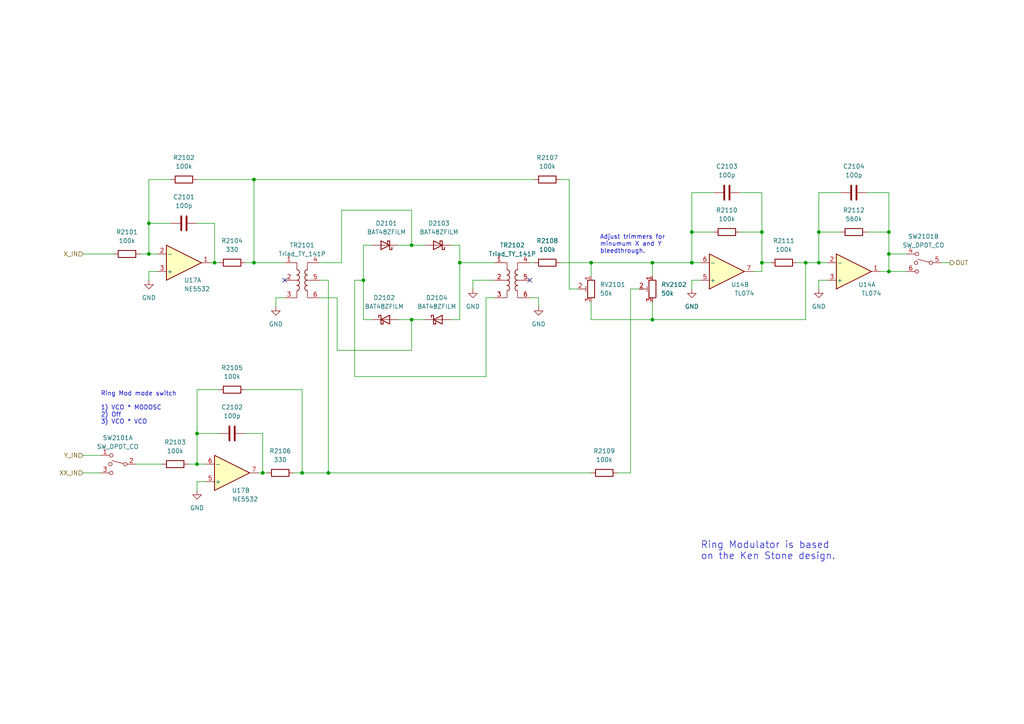
<source format=kicad_sch>
(kicad_sch (version 20211123) (generator eeschema)
  (paper "A4")
  (title_block (title "Josh Ox Ribon Synth Main VCO board") (date "2022-07-23") (rev "0.1") (comment 2 "creativecommons.org/licences/by/4.0") (comment 3 "license: CC by 4.0") (comment 4 "Author: Jordan Acete"))
  (lib_symbols
    (symbol "Amplifier_Operational:NE5532" (pin_names (offset 0.127))
      (property "Reference" "U" (at 0 5.08 0))
      (property "Value" "NE5532" (at 0 -5.08 0))
      (symbol "NE5532_1_1"
        (polyline (pts (xy -5.08 5.08) (xy 5.08 0) (xy -5.08 -5.08) (xy -5.08 5.08)) (stroke (width 0.254)) (fill (type background)))
        (pin output line (at 7.62 0 180) (length 2.54) (name "~") (number "1"))
        (pin input line (at -7.62 -2.54 0) (length 2.54) (name "-") (number "2"))
        (pin input line (at -7.62 2.54 0) (length 2.54) (name "+") (number "3"))
      )
      (symbol "NE5532_2_1"
        (polyline (pts (xy -5.08 5.08) (xy 5.08 0) (xy -5.08 -5.08) (xy -5.08 5.08)) (stroke (width 0.254)) (fill (type background)))
        (pin input line (at -7.62 2.54 0) (length 2.54) (name "+") (number "5"))
        (pin input line (at -7.62 -2.54 0) (length 2.54) (name "-") (number "6"))
        (pin output line (at 7.62 0 180) (length 2.54) (name "~") (number "7"))
      )
      (symbol "NE5532_3_1"
        (pin power_in line (at -2.54 -7.62 90) (length 3.81) (name "V-") (number "4"))
        (pin power_in line (at -2.54 7.62 270) (length 3.81) (name "V+") (number "8"))
      )
    )
    (symbol "Amplifier_Operational:TL074" (pin_names (offset 0.127))
      (property "Reference" "U" (at 0 5.08 0))
      (property "Value" "TL074" (at 0 -5.08 0))
      (symbol "TL074_1_1"
        (polyline (pts (xy -5.08 5.08) (xy 5.08 0) (xy -5.08 -5.08) (xy -5.08 5.08)) (stroke (width 0.254)) (fill (type background)))
        (pin output line (at 7.62 0 180) (length 2.54) (name "~") (number "1"))
        (pin input line (at -7.62 -2.54 0) (length 2.54) (name "-") (number "2"))
        (pin input line (at -7.62 2.54 0) (length 2.54) (name "+") (number "3"))
      )
      (symbol "TL074_2_1"
        (polyline (pts (xy -5.08 5.08) (xy 5.08 0) (xy -5.08 -5.08) (xy -5.08 5.08)) (stroke (width 0.254)) (fill (type background)))
        (pin input line (at -7.62 2.54 0) (length 2.54) (name "+") (number "5"))
        (pin input line (at -7.62 -2.54 0) (length 2.54) (name "-") (number "6"))
        (pin output line (at 7.62 0 180) (length 2.54) (name "~") (number "7"))
      )
      (symbol "TL074_3_1"
        (polyline (pts (xy -5.08 5.08) (xy 5.08 0) (xy -5.08 -5.08) (xy -5.08 5.08)) (stroke (width 0.254)) (fill (type background)))
        (pin input line (at -7.62 2.54 0) (length 2.54) (name "+") (number "10"))
        (pin output line (at 7.62 0 180) (length 2.54) (name "~") (number "8"))
        (pin input line (at -7.62 -2.54 0) (length 2.54) (name "-") (number "9"))
      )
      (symbol "TL074_4_1"
        (polyline (pts (xy -5.08 5.08) (xy 5.08 0) (xy -5.08 -5.08) (xy -5.08 5.08)) (stroke (width 0.254)) (fill (type background)))
        (pin input line (at -7.62 2.54 0) (length 2.54) (name "+") (number "12"))
        (pin input line (at -7.62 -2.54 0) (length 2.54) (name "-") (number "13"))
        (pin output line (at 7.62 0 180) (length 2.54) (name "~") (number "14"))
      )
      (symbol "TL074_5_1"
        (pin power_in line (at -2.54 -7.62 90) (length 3.81) (name "V-") (number "11"))
        (pin power_in line (at -2.54 7.62 270) (length 3.81) (name "V+") (number "4"))
      )
    )
    (symbol "Device:C" (pin_numbers hide) (pin_names (offset 0.254))
      (property "Reference" "C" (at 0.635 2.54 0))
      (property "Value" "C" (at 0.635 -2.54 0))
      (symbol "C_0_1"
        (polyline (pts (xy -2.032 -0.762) (xy 2.032 -0.762)) (stroke (width 0.508)))
        (polyline (pts (xy -2.032 0.762) (xy 2.032 0.762)) (stroke (width 0.508)))
      )
      (symbol "C_1_1"
        (pin passive line (at 0 3.81 270) (length 2.794) (name "~") (number "1"))
        (pin passive line (at 0 -3.81 90) (length 2.794) (name "~") (number "2"))
      )
    )
    (symbol "Device:R" (pin_numbers hide) (pin_names (offset 0))
      (property "Reference" "R" (at 2.032 0 90))
      (property "Value" "R" (at 0 0 90))
      (symbol "R_0_1"
        (rectangle (start -1.016 -2.54) (end 1.016 2.54) (stroke (width 0.254)))
      )
      (symbol "R_1_1"
        (pin passive line (at 0 3.81 270) (length 1.27) (name "~") (number "1"))
        (pin passive line (at 0 -3.81 90) (length 1.27) (name "~") (number "2"))
      )
    )
    (symbol "Device:R_Potentiometer_Trim" (pin_names (offset 1.016) hide)
      (property "Reference" "RV" (at -4.445 0 90))
      (property "Value" "R_Potentiometer_Trim" (at -2.54 0 90))
      (symbol "R_Potentiometer_Trim_0_1"
        (polyline (pts (xy 1.524 0.762) (xy 1.524 -0.762)))
        (polyline (pts (xy 2.54 0) (xy 1.524 0)))
        (rectangle (start 1.016 2.54) (end -1.016 -2.54) (stroke (width 0.254)))
      )
      (symbol "R_Potentiometer_Trim_1_1"
        (pin passive line (at 0 3.81 270) (length 1.27) (name "1") (number "1"))
        (pin passive line (at 3.81 0 180) (length 1.27) (name "2") (number "2"))
        (pin passive line (at 0 -3.81 90) (length 1.27) (name "3") (number "3"))
      )
    )
    (symbol "Diode:BAT48ZFILM" (pin_numbers hide) (pin_names (offset 1.016) hide)
      (property "Reference" "D" (at 0 2.54 0))
      (property "Value" "BAT48ZFILM" (at 0 -2.54 0))
      (symbol "BAT48ZFILM_0_1"
        (polyline (pts (xy 1.27 0) (xy -1.27 0)))
        (polyline (pts (xy 1.27 1.27) (xy 1.27 -1.27) (xy -1.27 0) (xy 1.27 1.27)) (stroke (width 0.254)))
        (polyline (pts (xy -1.905 0.635) (xy -1.905 1.27) (xy -1.27 1.27) (xy -1.27 -1.27) (xy -0.635 -1.27) (xy -0.635 -0.635)) (stroke (width 0.254)))
      )
      (symbol "BAT48ZFILM_1_1"
        (pin passive line (at -3.81 0 0) (length 2.54) (name "K") (number "1"))
        (pin passive line (at 3.81 0 180) (length 2.54) (name "A") (number "2"))
      )
    )
    (symbol "custom_symbols:SW_DPDT_CO" (pin_names (offset 0) hide)
      (property "Reference" "SW" (at 0 5.08 0))
      (property "Value" "SW_DPDT_CO" (at 0 -5.08 0))
      (symbol "SW_DPDT_CO_0_0"
        (circle (center -2.032 0) (radius 0.508))
        (polyline (pts (xy -1.524 0.127) (xy 1.778 1.016)))
        (circle (center 2.032 -2.54) (radius 0.508))
      )
      (symbol "SW_DPDT_CO_0_1"
        (circle (center 2.032 2.54) (radius 0.508))
        (circle (center 2.286 0) (radius 0.508))
      )
      (symbol "SW_DPDT_CO_1_1"
        (pin passive line (at 5.08 2.54 180) (length 2.54) (name "1") (number "1"))
        (pin passive line (at -5.08 0 0) (length 2.54) (name "2") (number "2"))
        (pin passive line (at 5.08 -2.54 180) (length 2.54) (name "3") (number "3"))
      )
      (symbol "SW_DPDT_CO_2_1"
        (pin passive line (at 5.08 2.54 180) (length 2.54) (name "4") (number "4"))
        (pin passive line (at -5.08 0 0) (length 2.54) (name "5") (number "5"))
        (pin passive line (at 5.08 -2.54 180) (length 2.54) (name "6") (number "6"))
      )
    )
    (symbol "custom_symbols:Triad_TY_141P" (pin_names hide)
      (property "Reference" "TR?" (at 0 10.16 0))
      (property "Value" "Triad_TY_141P" (at 0 7.62 0))
      (symbol "Triad_TY_141P_0_1"
        (arc (start -1.524 -3.048) (mid -0.762 -2.286) (end -1.524 -1.524) (stroke (width 0.2032)))
        (arc (start -1.524 -1.524) (mid -0.762 -0.762) (end -1.524 0) (stroke (width 0.2032)))
        (arc (start -1.524 0) (mid -0.762 0.762) (end -1.524 1.524) (stroke (width 0.2032)))
        (arc (start -1.524 1.524) (mid -0.762 2.286) (end -1.524 3.048) (stroke (width 0.2032)))
        (polyline (pts (xy -2.54 0) (xy -1.27 0)))
        (polyline (pts (xy 2.54 0) (xy 1.27 0)) (stroke (width 0.1524)))
        (polyline (pts (xy -2.54 5.08) (xy -1.524 5.08) (xy -1.524 3.048)) (stroke (width 0.1524)))
        (polyline (pts (xy -1.524 -3.048) (xy -1.524 -5.08) (xy -2.54 -5.08)) (stroke (width 0.1524)))
        (polyline (pts (xy 1.524 3.048) (xy 1.524 5.08) (xy 2.54 5.08)) (stroke (width 0.1524)))
        (polyline (pts (xy 2.54 -5.08) (xy 1.524 -5.08) (xy 1.524 -3.048)) (stroke (width 0.1524)))
        (arc (start 1.524 -1.524) (mid 0.762 -2.286) (end 1.524 -3.048) (stroke (width 0.2032)))
        (arc (start 1.524 0) (mid 0.762 -0.762) (end 1.524 -1.524) (stroke (width 0.2032)))
        (arc (start 1.524 1.524) (mid 0.762 0.762) (end 1.524 0) (stroke (width 0.2032)))
        (arc (start 1.524 3.048) (mid 0.762 2.286) (end 1.524 1.524) (stroke (width 0.2032)))
      )
      (symbol "Triad_TY_141P_1_1"
        (pin passive line (at -5.08 5.08 0) (length 2.54) (name "~") (number "1"))
        (pin passive line (at -5.08 0 0) (length 2.54) (name "~") (number "2"))
        (pin passive line (at -5.08 -5.08 0) (length 2.54) (name "~") (number "3"))
        (pin passive line (at 5.08 5.08 180) (length 2.54) (name "~") (number "4"))
        (pin passive line (at 5.08 0 180) (length 2.54) (name "~") (number "5"))
        (pin passive line (at 5.08 -5.08 180) (length 2.54) (name "~") (number "6"))
      )
    )
    (symbol "power:GND" (power) (pin_names (offset 0))
      (property "Value" "GND" (at 0 -3.81 0))
      (symbol "GND_0_1"
        (polyline (pts (xy 0 0) (xy 0 -1.27) (xy 1.27 -1.27) (xy 0 -2.54) (xy -1.27 -1.27) (xy 0 -1.27)))
      )
      (symbol "GND_1_1"
        (pin power_in line (at 0 0 270) (length 0) hide (name "GND") (number "1"))
      )
    )
  )
  (junction (at 43.18 64.77))
  (junction (at 119.38 71.12))
  (junction (at 237.49 76.2))
  (junction (at 87.63 137.16))
  (junction (at 171.45 76.2))
  (junction (at 200.66 76.2))
  (junction (at 76.2 137.16))
  (junction (at 57.15 134.62))
  (junction (at 257.81 67.31))
  (junction (at 57.15 125.73))
  (junction (at 95.25 137.16))
  (junction (at 220.98 76.2))
  (junction (at 62.23 76.2))
  (junction (at 105.41 81.28))
  (junction (at 237.49 67.31))
  (junction (at 189.23 92.71))
  (junction (at 189.23 76.2))
  (junction (at 257.81 78.74))
  (junction (at 119.38 92.71))
  (junction (at 133.35 76.2))
  (junction (at 233.68 76.2))
  (junction (at 257.81 73.66))
  (junction (at 73.66 52.07))
  (junction (at 43.18 73.66))
  (junction (at 73.66 76.2))
  (junction (at 200.66 67.31))
  (junction (at 220.98 67.31))
  (no_connect (at 82.55 81.28))
  (no_connect (at 153.67 81.28))
  (wire (pts (xy 54.61 134.62) (xy 57.15 134.62)))
  (wire (pts (xy 220.98 67.31) (xy 220.98 55.88)))
  (wire (pts (xy 237.49 67.31) (xy 243.84 67.31)))
  (wire (pts (xy 182.88 83.82) (xy 182.88 137.16)))
  (wire (pts (xy 257.81 73.66) (xy 262.89 73.66)))
  (wire (pts (xy 189.23 92.71) (xy 189.23 87.63)))
  (wire (pts (xy 255.27 78.74) (xy 257.81 78.74)))
  (wire (pts (xy 43.18 78.74) (xy 45.72 78.74)))
  (wire (pts (xy 133.35 92.71) (xy 130.81 92.71)))
  (wire (pts (xy 165.1 52.07) (xy 162.56 52.07)))
  (wire (pts (xy 257.81 78.74) (xy 262.89 78.74)))
  (wire (pts (xy 97.79 86.36) (xy 92.71 86.36)))
  (wire (pts (xy 171.45 76.2) (xy 189.23 76.2)))
  (wire (pts (xy 240.03 76.2) (xy 237.49 76.2)))
  (wire (pts (xy 133.35 76.2) (xy 133.35 92.71)))
  (wire (pts (xy 119.38 71.12) (xy 119.38 60.96)))
  (wire (pts (xy 220.98 76.2) (xy 223.52 76.2)))
  (wire (pts (xy 76.2 137.16) (xy 77.47 137.16)))
  (wire (pts (xy 119.38 60.96) (xy 99.06 60.96)))
  (wire (pts (xy 257.81 73.66) (xy 257.81 67.31)))
  (wire (pts (xy 119.38 101.6) (xy 97.79 101.6)))
  (wire (pts (xy 165.1 83.82) (xy 165.1 52.07)))
  (wire (pts (xy 105.41 81.28) (xy 105.41 92.71)))
  (wire (pts (xy 105.41 71.12) (xy 105.41 81.28)))
  (wire (pts (xy 251.46 67.31) (xy 257.81 67.31)))
  (wire (pts (xy 153.67 76.2) (xy 154.94 76.2)))
  (wire (pts (xy 99.06 60.96) (xy 99.06 76.2)))
  (wire (pts (xy 257.81 67.31) (xy 257.81 55.88)))
  (wire (pts (xy 95.25 137.16) (xy 171.45 137.16)))
  (wire (pts (xy 200.66 81.28) (xy 203.2 81.28)))
  (wire (pts (xy 231.14 76.2) (xy 233.68 76.2)))
  (wire (pts (xy 162.56 76.2) (xy 171.45 76.2)))
  (wire (pts (xy 119.38 71.12) (xy 123.19 71.12)))
  (wire (pts (xy 74.93 137.16) (xy 76.2 137.16)))
  (wire (pts (xy 92.71 81.28) (xy 95.25 81.28)))
  (wire (pts (xy 189.23 92.71) (xy 233.68 92.71)))
  (wire (pts (xy 140.97 109.22) (xy 140.97 86.36)))
  (wire (pts (xy 45.72 73.66) (xy 43.18 73.66)))
  (wire (pts (xy 43.18 64.77) (xy 49.53 64.77)))
  (wire (pts (xy 57.15 113.03) (xy 63.5 113.03)))
  (wire (pts (xy 115.57 71.12) (xy 119.38 71.12)))
  (wire (pts (xy 43.18 64.77) (xy 43.18 52.07)))
  (wire (pts (xy 133.35 76.2) (xy 143.51 76.2)))
  (wire (pts (xy 171.45 87.63) (xy 171.45 92.71)))
  (wire (pts (xy 137.16 81.28) (xy 143.51 81.28)))
  (wire (pts (xy 185.42 83.82) (xy 182.88 83.82)))
  (wire (pts (xy 200.66 67.31) (xy 200.66 55.88)))
  (wire (pts (xy 233.68 92.71) (xy 233.68 76.2)))
  (wire (pts (xy 200.66 83.82) (xy 200.66 81.28)))
  (wire (pts (xy 237.49 76.2) (xy 237.49 67.31)))
  (wire (pts (xy 71.12 113.03) (xy 87.63 113.03)))
  (wire (pts (xy 220.98 76.2) (xy 220.98 67.31)))
  (wire (pts (xy 105.41 92.71) (xy 107.95 92.71)))
  (wire (pts (xy 119.38 92.71) (xy 123.19 92.71)))
  (wire (pts (xy 59.69 134.62) (xy 57.15 134.62)))
  (wire (pts (xy 24.13 132.08) (xy 29.21 132.08)))
  (wire (pts (xy 57.15 125.73) (xy 63.5 125.73)))
  (wire (pts (xy 203.2 76.2) (xy 200.66 76.2)))
  (wire (pts (xy 76.2 125.73) (xy 71.12 125.73)))
  (wire (pts (xy 57.15 52.07) (xy 73.66 52.07)))
  (wire (pts (xy 39.37 134.62) (xy 46.99 134.62)))
  (wire (pts (xy 237.49 81.28) (xy 240.03 81.28)))
  (wire (pts (xy 119.38 92.71) (xy 119.38 101.6)))
  (wire (pts (xy 189.23 76.2) (xy 189.23 80.01)))
  (wire (pts (xy 60.96 76.2) (xy 62.23 76.2)))
  (wire (pts (xy 102.87 81.28) (xy 102.87 109.22)))
  (wire (pts (xy 200.66 67.31) (xy 207.01 67.31)))
  (wire (pts (xy 76.2 137.16) (xy 76.2 125.73)))
  (wire (pts (xy 43.18 73.66) (xy 43.18 64.77)))
  (wire (pts (xy 218.44 78.74) (xy 220.98 78.74)))
  (wire (pts (xy 115.57 92.71) (xy 119.38 92.71)))
  (wire (pts (xy 237.49 83.82) (xy 237.49 81.28)))
  (wire (pts (xy 95.25 81.28) (xy 95.25 137.16)))
  (wire (pts (xy 97.79 101.6) (xy 97.79 86.36)))
  (wire (pts (xy 156.21 88.9) (xy 156.21 86.36)))
  (wire (pts (xy 200.66 76.2) (xy 200.66 67.31)))
  (wire (pts (xy 273.05 76.2) (xy 275.59 76.2)))
  (wire (pts (xy 107.95 71.12) (xy 105.41 71.12)))
  (wire (pts (xy 73.66 52.07) (xy 154.94 52.07)))
  (wire (pts (xy 156.21 86.36) (xy 153.67 86.36)))
  (wire (pts (xy 62.23 76.2) (xy 63.5 76.2)))
  (wire (pts (xy 200.66 55.88) (xy 207.01 55.88)))
  (wire (pts (xy 133.35 71.12) (xy 133.35 76.2)))
  (wire (pts (xy 171.45 92.71) (xy 189.23 92.71)))
  (wire (pts (xy 257.81 55.88) (xy 251.46 55.88)))
  (wire (pts (xy 237.49 67.31) (xy 237.49 55.88)))
  (wire (pts (xy 80.01 88.9) (xy 80.01 86.36)))
  (wire (pts (xy 57.15 125.73) (xy 57.15 113.03)))
  (wire (pts (xy 182.88 137.16) (xy 179.07 137.16)))
  (wire (pts (xy 237.49 55.88) (xy 243.84 55.88)))
  (wire (pts (xy 40.64 73.66) (xy 43.18 73.66)))
  (wire (pts (xy 137.16 83.82) (xy 137.16 81.28)))
  (wire (pts (xy 80.01 86.36) (xy 82.55 86.36)))
  (wire (pts (xy 171.45 76.2) (xy 171.45 80.01)))
  (wire (pts (xy 257.81 78.74) (xy 257.81 73.66)))
  (wire (pts (xy 87.63 137.16) (xy 95.25 137.16)))
  (wire (pts (xy 57.15 142.24) (xy 57.15 139.7)))
  (wire (pts (xy 220.98 55.88) (xy 214.63 55.88)))
  (wire (pts (xy 62.23 76.2) (xy 62.23 64.77)))
  (wire (pts (xy 24.13 137.16) (xy 29.21 137.16)))
  (wire (pts (xy 167.64 83.82) (xy 165.1 83.82)))
  (wire (pts (xy 220.98 78.74) (xy 220.98 76.2)))
  (wire (pts (xy 214.63 67.31) (xy 220.98 67.31)))
  (wire (pts (xy 24.13 73.66) (xy 33.02 73.66)))
  (wire (pts (xy 233.68 76.2) (xy 237.49 76.2)))
  (wire (pts (xy 73.66 52.07) (xy 73.66 76.2)))
  (wire (pts (xy 99.06 76.2) (xy 92.71 76.2)))
  (wire (pts (xy 87.63 137.16) (xy 87.63 113.03)))
  (wire (pts (xy 57.15 139.7) (xy 59.69 139.7)))
  (wire (pts (xy 102.87 109.22) (xy 140.97 109.22)))
  (wire (pts (xy 43.18 52.07) (xy 49.53 52.07)))
  (wire (pts (xy 43.18 81.28) (xy 43.18 78.74)))
  (wire (pts (xy 73.66 76.2) (xy 82.55 76.2)))
  (wire (pts (xy 130.81 71.12) (xy 133.35 71.12)))
  (wire (pts (xy 57.15 134.62) (xy 57.15 125.73)))
  (wire (pts (xy 71.12 76.2) (xy 73.66 76.2)))
  (wire (pts (xy 85.09 137.16) (xy 87.63 137.16)))
  (wire (pts (xy 189.23 76.2) (xy 200.66 76.2)))
  (wire (pts (xy 62.23 64.77) (xy 57.15 64.77)))
  (wire (pts (xy 140.97 86.36) (xy 143.51 86.36)))
  (wire (pts (xy 102.87 81.28) (xy 105.41 81.28)))
  (text "Ring Mod mode switch\n\n1) VCO * MODOSC\n2) Off\n3) VCO * VCO" (at 29.21 123.19 0) (effects (font (size 1.27 1.27)) (justify left bottom)))
  (text "Ring Modulator is based\non the Ken Stone design." (at 203.2 162.56 0) (effects (font (size 2 2)) (justify left bottom)))
  (text "Adjust trimmers for\nminumum X and Y \nbleedthrough.\n" (at 173.99 73.66 0) (effects (font (size 1.27 1.27)) (justify left bottom)))
  (hierarchical_label "Y_IN" (shape input) (at 24.13 132.08 180))
  (hierarchical_label "OUT" (shape output) (at 275.59 76.2 0))
  (hierarchical_label "X_IN" (shape input) (at 24.13 73.66 180))
  (hierarchical_label "XX_IN" (shape input) (at 24.13 137.16 180))
  (symbol (lib_id "power:GND") (at 137.16 83.82 0) (unit 1)
    (property "Reference" "#PWR02104" (effects hide))
    (property "Value" "GND" (at 137.16 88.9 0))
  )
  (symbol (lib_id "Diode:BAT48ZFILM") (at 111.76 71.12 180) (unit 1)
    (property "Reference" "D2101" (at 112.0775 64.77 0))
    (property "Value" "BAT48ZFILM" (at 112.0775 67.31 0))
    (property "Footprint" "Diode_SMD:D_SOD-123" (effects hide))
    (property "Datasheet" "www.st.com/resource/en/datasheet/bat48.pdf" (effects hide))
  )
  (symbol (lib_id "power:GND") (at 57.15 142.24 0) (unit 1)
    (property "Reference" "#PWR02102" (effects hide))
    (property "Value" "GND" (at 57.15 147.32 0))
  )
  (symbol (lib_id "Device:R") (at 67.31 76.2 90) (unit 1)
    (property "Reference" "R2104" (at 67.31 69.85 90))
    (property "Value" "330" (at 67.31 72.39 90))
    (property "Footprint" "Resistor_SMD:R_0805_2012Metric" (effects hide))
  )
  (symbol (lib_id "power:GND") (at 156.21 88.9 0) (mirror y) (unit 1)
    (property "Reference" "#PWR02105" (effects hide))
    (property "Value" "GND" (at 156.21 93.98 0))
  )
  (symbol (lib_id "Device:R") (at 158.75 52.07 90) (unit 1)
    (property "Reference" "R2107" (at 158.75 45.72 90))
    (property "Value" "100k" (at 158.75 48.26 90))
    (property "Footprint" "Resistor_SMD:R_0805_2012Metric" (effects hide))
  )
  (symbol (lib_id "Device:R") (at 81.28 137.16 90) (unit 1)
    (property "Reference" "R2106" (at 81.28 130.81 90))
    (property "Value" "330" (at 81.28 133.35 90))
    (property "Footprint" "Resistor_SMD:R_0805_2012Metric" (effects hide))
  )
  (symbol (lib_id "Device:C") (at 247.65 55.88 90) (unit 1)
    (property "Reference" "C2104" (at 247.65 48.26 90))
    (property "Value" "100p" (at 247.65 50.8 90))
    (property "Footprint" "Capacitor_SMD:C_0805_2012Metric" (effects hide))
  )
  (symbol (lib_id "Device:C") (at 67.31 125.73 90) (unit 1)
    (property "Reference" "C2102" (at 67.31 118.11 90))
    (property "Value" "100p" (at 67.31 120.65 90))
    (property "Footprint" "Capacitor_SMD:C_0805_2012Metric" (effects hide))
  )
  (symbol (lib_id "Device:C") (at 53.34 64.77 90) (unit 1)
    (property "Reference" "C2101" (at 53.34 57.15 90))
    (property "Value" "100p" (at 53.34 59.69 90))
    (property "Footprint" "Capacitor_SMD:C_0805_2012Metric" (effects hide))
  )
  (symbol (lib_id "Device:R") (at 67.31 113.03 90) (unit 1)
    (property "Reference" "R2105" (at 67.31 106.68 90))
    (property "Value" "100k" (at 67.31 109.22 90))
    (property "Footprint" "Resistor_SMD:R_0805_2012Metric" (effects hide))
  )
  (symbol (lib_id "Amplifier_Operational:NE5532") (at 53.34 76.2 0) (mirror x) (unit 1)
    (property "Reference" "U17" (at 55.88 81.28 0))
    (property "Value" "NE5532" (at 57.15 83.82 0))
    (property "Footprint" "Package_SO:SOIC-8_3.9x4.9mm_P1.27mm" (effects hide))
    (property "Datasheet" "http://www.ti.com/lit/ds/symlink/ne5532.pdf" (effects hide))
  )
  (symbol (lib_id "Diode:BAT48ZFILM") (at 127 92.71 0) (unit 1)
    (property "Reference" "D2104" (at 126.6825 86.36 0))
    (property "Value" "BAT48ZFILM" (at 126.6825 88.9 0))
    (property "Footprint" "Diode_SMD:D_SOD-123" (effects hide))
    (property "Datasheet" "www.st.com/resource/en/datasheet/bat48.pdf" (effects hide))
  )
  (symbol (lib_id "power:GND") (at 80.01 88.9 0) (unit 1)
    (property "Reference" "#PWR02103" (effects hide))
    (property "Value" "GND" (at 80.01 93.98 0))
  )
  (symbol (lib_id "power:GND") (at 200.66 83.82 0) (unit 1)
    (property "Reference" "#PWR02106" (effects hide))
    (property "Value" "GND" (at 200.66 88.9 0))
  )
  (symbol (lib_id "power:GND") (at 237.49 83.82 0) (unit 1)
    (property "Reference" "#PWR02107" (effects hide))
    (property "Value" "GND" (at 237.49 88.9 0))
  )
  (symbol (lib_id "Device:R_Potentiometer_Trim") (at 171.45 83.82 0) (mirror y) (unit 1)
    (property "Reference" "RV2101" (at 173.99 82.5499 0) (effects (justify right)))
    (property "Value" "50k" (at 173.99 85.0899 0) (effects (justify right)))
    (property "Footprint" "Potentiometer_THT:Potentiometer_Bourns_3296W_Vertical" (effects hide))
  )
  (symbol (lib_id "custom_symbols:SW_DPDT_CO") (at 34.29 134.62 0) (mirror y) (unit 1)
    (property "Reference" "SW2101" (at 34.163 127 0))
    (property "Value" "SW_DPDT_CO" (at 34.163 129.54 0))
    (property "Footprint" "custom_footprints:DPDT_mini_toggle" (effects hide))
  )
  (symbol (lib_id "Diode:BAT48ZFILM") (at 111.76 92.71 0) (unit 1)
    (property "Reference" "D2102" (at 111.4425 86.36 0))
    (property "Value" "BAT48ZFILM" (at 111.4425 88.9 0))
    (property "Footprint" "Diode_SMD:D_SOD-123" (effects hide))
    (property "Datasheet" "www.st.com/resource/en/datasheet/bat48.pdf" (effects hide))
  )
  (symbol (lib_id "Amplifier_Operational:TL074") (at 247.65 78.74 0) (mirror x) (unit 1)
    (property "Reference" "U14" (at 251.46 82.55 0))
    (property "Value" "TL074" (at 252.73 85.09 0))
    (property "Footprint" "Package_SO:SOIC-14_3.9x8.7mm_P1.27mm" (effects hide))
    (property "Datasheet" "http://www.ti.com/lit/ds/symlink/tl071.pdf" (effects hide))
  )
  (symbol (lib_id "Device:R") (at 36.83 73.66 90) (unit 1)
    (property "Reference" "R2101" (at 36.83 67.31 90))
    (property "Value" "100k" (at 36.83 69.85 90))
    (property "Footprint" "Resistor_SMD:R_0805_2012Metric" (effects hide))
  )
  (symbol (lib_id "custom_symbols:Triad_TY_141P") (at 87.63 81.28 0) (unit 1)
    (property "Reference" "TR2101" (at 87.63 71.12 0))
    (property "Value" "Triad_TY_141P" (at 87.63 73.66 0))
    (property "Footprint" "custom_footprints:Triad_TY-141P" (effects hide))
    (property "Datasheet" "https://catalog.triadmagnetics.com/Asset/TY-141P.pdf" (effects hide))
  )
  (symbol (lib_id "Device:R") (at 53.34 52.07 90) (unit 1)
    (property "Reference" "R2102" (at 53.34 45.72 90))
    (property "Value" "100k" (at 53.34 48.26 90))
    (property "Footprint" "Resistor_SMD:R_0805_2012Metric" (effects hide))
  )
  (symbol (lib_id "Diode:BAT48ZFILM") (at 127 71.12 180) (unit 1)
    (property "Reference" "D2103" (at 127.3175 64.77 0))
    (property "Value" "BAT48ZFILM" (at 127.3175 67.31 0))
    (property "Footprint" "Diode_SMD:D_SOD-123" (effects hide))
    (property "Datasheet" "www.st.com/resource/en/datasheet/bat48.pdf" (effects hide))
  )
  (symbol (lib_id "Device:C") (at 210.82 55.88 90) (unit 1)
    (property "Reference" "C2103" (at 210.82 48.26 90))
    (property "Value" "100p" (at 210.82 50.8 90))
    (property "Footprint" "Capacitor_SMD:C_0805_2012Metric" (effects hide))
  )
  (symbol (lib_id "Device:R") (at 158.75 76.2 90) (unit 1)
    (property "Reference" "R2108" (at 158.75 69.85 90))
    (property "Value" "100k" (at 158.75 72.39 90))
    (property "Footprint" "Resistor_SMD:R_0805_2012Metric" (effects hide))
  )
  (symbol (lib_id "Device:R") (at 175.26 137.16 90) (unit 1)
    (property "Reference" "R2109" (at 175.26 130.81 90))
    (property "Value" "100k" (at 175.26 133.35 90))
    (property "Footprint" "Resistor_SMD:R_0805_2012Metric" (effects hide))
  )
  (symbol (lib_id "Amplifier_Operational:TL074") (at 210.82 78.74 0) (mirror x) (unit 2)
    (property "Reference" "U14" (at 214.63 82.55 0))
    (property "Value" "TL074" (at 215.9 85.09 0))
    (property "Footprint" "Package_SO:SOIC-14_3.9x8.7mm_P1.27mm" (effects hide))
    (property "Datasheet" "http://www.ti.com/lit/ds/symlink/tl071.pdf" (effects hide))
  )
  (symbol (lib_id "power:GND") (at 43.18 81.28 0) (unit 1)
    (property "Reference" "#PWR02101" (effects hide))
    (property "Value" "GND" (at 43.18 86.36 0))
  )
  (symbol (lib_id "Device:R") (at 50.8 134.62 90) (unit 1)
    (property "Reference" "R2103" (at 50.8 128.27 90))
    (property "Value" "100k" (at 50.8 130.81 90))
    (property "Footprint" "Resistor_SMD:R_0805_2012Metric" (effects hide))
  )
  (symbol (lib_id "Amplifier_Operational:NE5532") (at 67.31 137.16 0) (mirror x) (unit 2)
    (property "Reference" "U17" (at 69.85 142.24 0))
    (property "Value" "NE5532" (at 71.12 144.78 0))
    (property "Footprint" "Package_SO:SOIC-8_3.9x4.9mm_P1.27mm" (effects hide))
    (property "Datasheet" "http://www.ti.com/lit/ds/symlink/ne5532.pdf" (effects hide))
  )
  (symbol (lib_id "custom_symbols:Triad_TY_141P") (at 148.59 81.28 0) (unit 1)
    (property "Reference" "TR2102" (at 148.59 71.12 0))
    (property "Value" "Triad_TY_141P" (at 148.59 73.66 0))
    (property "Footprint" "custom_footprints:Triad_TY-141P" (effects hide))
    (property "Datasheet" "https://catalog.triadmagnetics.com/Asset/TY-141P.pdf" (effects hide))
  )
  (symbol (lib_id "Device:R") (at 247.65 67.31 90) (unit 1)
    (property "Reference" "R2112" (at 247.65 60.96 90))
    (property "Value" "560k" (at 247.65 63.5 90))
    (property "Footprint" "Resistor_SMD:R_0805_2012Metric" (effects hide))
  )
  (symbol (lib_id "Device:R_Potentiometer_Trim") (at 189.23 83.82 0) (mirror y) (unit 1)
    (property "Reference" "RV2102" (at 191.77 82.5499 0) (effects (justify right)))
    (property "Value" "50k" (at 191.77 85.0899 0) (effects (justify right)))
    (property "Footprint" "Potentiometer_THT:Potentiometer_Bourns_3296W_Vertical" (effects hide))
  )
  (symbol (lib_id "Device:R") (at 227.33 76.2 90) (unit 1)
    (property "Reference" "R2111" (at 227.33 69.85 90))
    (property "Value" "100k" (at 227.33 72.39 90))
    (property "Footprint" "Resistor_SMD:R_0805_2012Metric" (effects hide))
  )
  (symbol (lib_id "Device:R") (at 210.82 67.31 90) (unit 1)
    (property "Reference" "R2110" (at 210.82 60.96 90))
    (property "Value" "100k" (at 210.82 63.5 90))
    (property "Footprint" "Resistor_SMD:R_0805_2012Metric" (effects hide))
  )
  (symbol (lib_id "custom_symbols:SW_DPDT_CO") (at 267.97 76.2 0) (mirror y) (unit 2)
    (property "Reference" "SW2101" (at 267.843 68.58 0))
    (property "Value" "SW_DPDT_CO" (at 267.843 71.12 0))
    (property "Footprint" "custom_footprints:DPDT_mini_toggle" (effects hide))
  )
)
</source>
